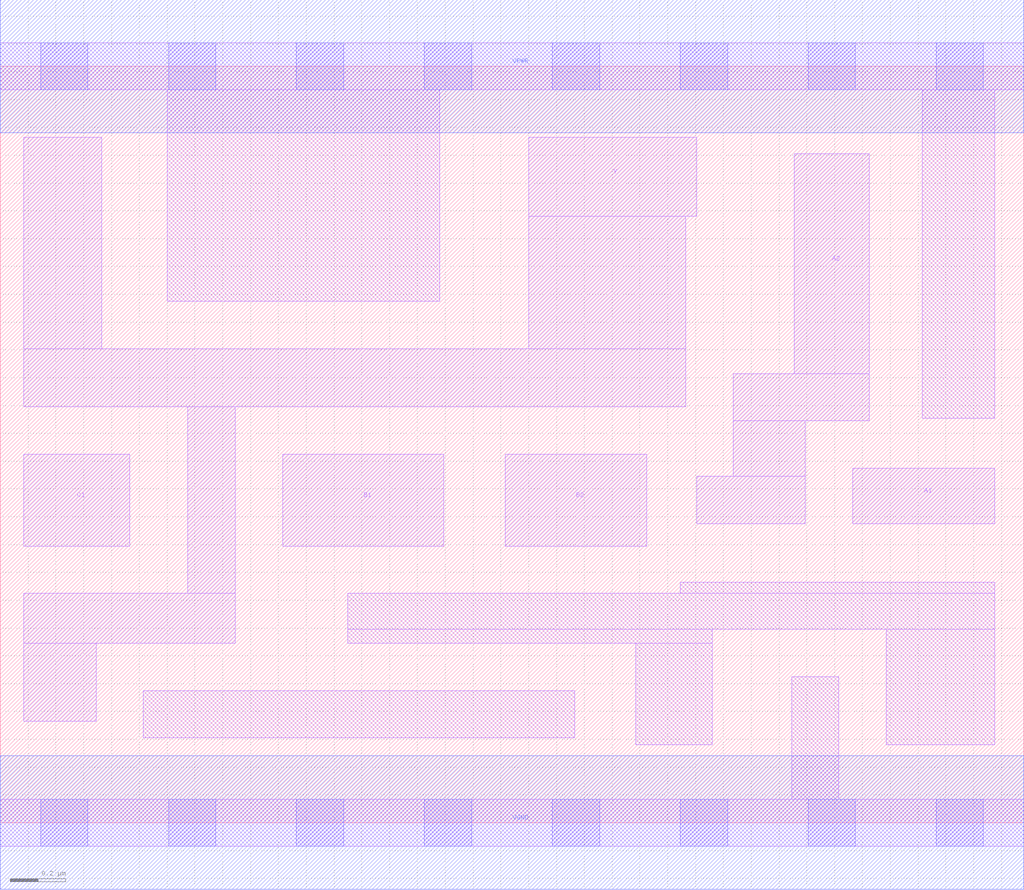
<source format=lef>
# Copyright 2020 The SkyWater PDK Authors
#
# Licensed under the Apache License, Version 2.0 (the "License");
# you may not use this file except in compliance with the License.
# You may obtain a copy of the License at
#
#     https://www.apache.org/licenses/LICENSE-2.0
#
# Unless required by applicable law or agreed to in writing, software
# distributed under the License is distributed on an "AS IS" BASIS,
# WITHOUT WARRANTIES OR CONDITIONS OF ANY KIND, either express or implied.
# See the License for the specific language governing permissions and
# limitations under the License.
#
# SPDX-License-Identifier: Apache-2.0

VERSION 5.7 ;
BUSBITCHARS "[]" ;
DIVIDERCHAR "/" ;
PROPERTYDEFINITIONS
  MACRO maskLayoutSubType STRING ;
  MACRO prCellType STRING ;
  MACRO originalViewName STRING ;
END PROPERTYDEFINITIONS
MACRO sky130_fd_sc_hdll__o221ai_1
  ORIGIN  0.000000  0.000000 ;
  CLASS CORE ;
  SYMMETRY X Y R90 ;
  SIZE  3.680000 BY  2.720000 ;
  SITE unithd ;
  PIN A1
    ANTENNAGATEAREA  0.277500 ;
    DIRECTION INPUT ;
    USE SIGNAL ;
    PORT
      LAYER li1 ;
        RECT 3.065000 1.075000 3.575000 1.275000 ;
    END
  END A1
  PIN A2
    ANTENNAGATEAREA  0.277500 ;
    DIRECTION INPUT ;
    USE SIGNAL ;
    PORT
      LAYER li1 ;
        RECT 2.505000 1.075000 2.895000 1.245000 ;
        RECT 2.635000 1.245000 2.895000 1.445000 ;
        RECT 2.635000 1.445000 3.125000 1.615000 ;
        RECT 2.855000 1.615000 3.125000 2.405000 ;
    END
  END A2
  PIN B1
    ANTENNAGATEAREA  0.277500 ;
    DIRECTION INPUT ;
    USE SIGNAL ;
    PORT
      LAYER li1 ;
        RECT 1.015000 0.995000 1.595000 1.325000 ;
    END
  END B1
  PIN B2
    ANTENNAGATEAREA  0.277500 ;
    DIRECTION INPUT ;
    USE SIGNAL ;
    PORT
      LAYER li1 ;
        RECT 1.815000 0.995000 2.325000 1.325000 ;
    END
  END B2
  PIN C1
    ANTENNAGATEAREA  0.277500 ;
    DIRECTION INPUT ;
    USE SIGNAL ;
    PORT
      LAYER li1 ;
        RECT 0.085000 0.995000 0.465000 1.325000 ;
    END
  END C1
  PIN VGND
    DIRECTION INOUT ;
    USE SIGNAL ;
    PORT
      LAYER met1 ;
        RECT 0.000000 -0.240000 3.680000 0.240000 ;
    END
  END VGND
  PIN VPWR
    DIRECTION INOUT ;
    USE SIGNAL ;
    PORT
      LAYER met1 ;
        RECT 0.000000 2.480000 3.680000 2.960000 ;
    END
  END VPWR
  PIN Y
    ANTENNADIFFAREA  0.974500 ;
    DIRECTION OUTPUT ;
    USE SIGNAL ;
    PORT
      LAYER li1 ;
        RECT 0.085000 0.365000 0.345000 0.645000 ;
        RECT 0.085000 0.645000 0.845000 0.825000 ;
        RECT 0.085000 1.495000 2.465000 1.705000 ;
        RECT 0.085000 1.705000 0.365000 2.465000 ;
        RECT 0.675000 0.825000 0.845000 1.495000 ;
        RECT 1.900000 1.705000 2.465000 2.180000 ;
        RECT 1.900000 2.180000 2.505000 2.465000 ;
    END
  END Y
  OBS
    LAYER li1 ;
      RECT 0.000000 -0.085000 3.680000 0.085000 ;
      RECT 0.000000  2.635000 3.680000 2.805000 ;
      RECT 0.515000  0.305000 2.065000 0.475000 ;
      RECT 0.600000  1.875000 1.580000 2.635000 ;
      RECT 1.250000  0.645000 2.560000 0.695000 ;
      RECT 1.250000  0.695000 3.575000 0.825000 ;
      RECT 2.285000  0.280000 2.560000 0.645000 ;
      RECT 2.445000  0.825000 3.575000 0.865000 ;
      RECT 2.845000  0.085000 3.015000 0.525000 ;
      RECT 3.185000  0.280000 3.575000 0.695000 ;
      RECT 3.315000  1.455000 3.575000 2.635000 ;
    LAYER mcon ;
      RECT 0.145000 -0.085000 0.315000 0.085000 ;
      RECT 0.145000  2.635000 0.315000 2.805000 ;
      RECT 0.605000 -0.085000 0.775000 0.085000 ;
      RECT 0.605000  2.635000 0.775000 2.805000 ;
      RECT 1.065000 -0.085000 1.235000 0.085000 ;
      RECT 1.065000  2.635000 1.235000 2.805000 ;
      RECT 1.525000 -0.085000 1.695000 0.085000 ;
      RECT 1.525000  2.635000 1.695000 2.805000 ;
      RECT 1.985000 -0.085000 2.155000 0.085000 ;
      RECT 1.985000  2.635000 2.155000 2.805000 ;
      RECT 2.445000 -0.085000 2.615000 0.085000 ;
      RECT 2.445000  2.635000 2.615000 2.805000 ;
      RECT 2.905000 -0.085000 3.075000 0.085000 ;
      RECT 2.905000  2.635000 3.075000 2.805000 ;
      RECT 3.365000 -0.085000 3.535000 0.085000 ;
      RECT 3.365000  2.635000 3.535000 2.805000 ;
  END
  PROPERTY maskLayoutSubType "abstract" ;
  PROPERTY prCellType "standard" ;
  PROPERTY originalViewName "layout" ;
END sky130_fd_sc_hdll__o221ai_1

</source>
